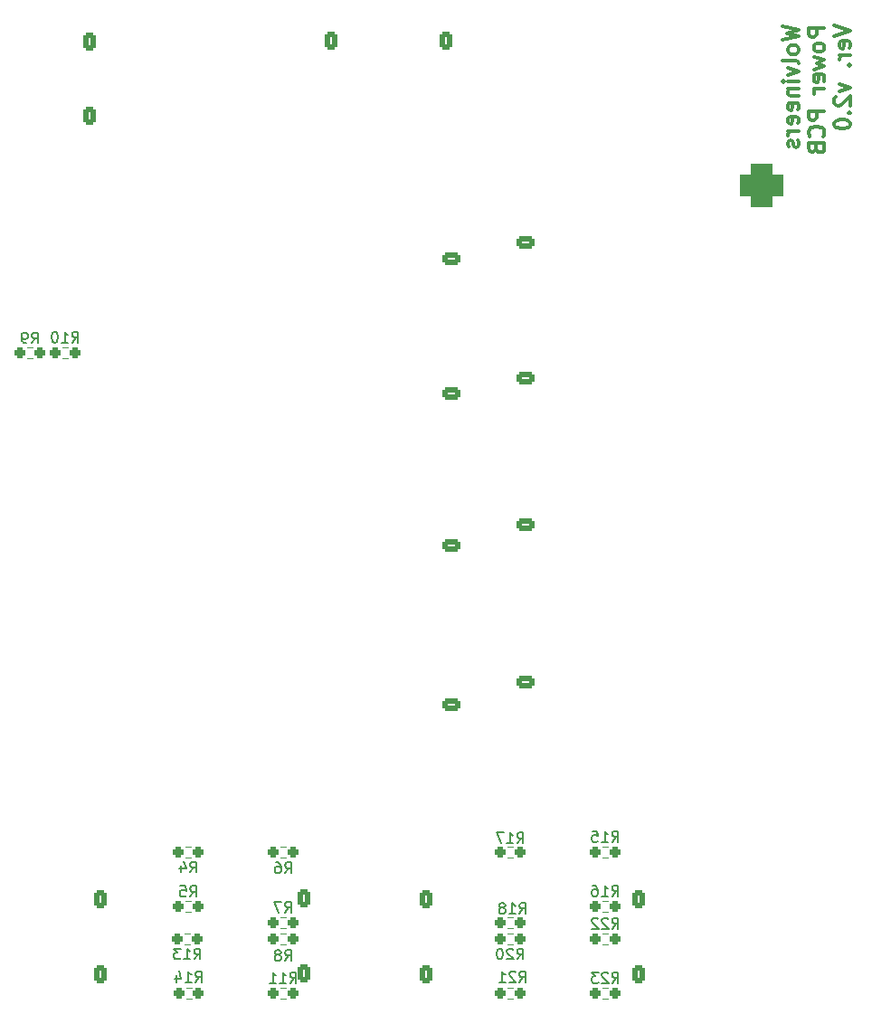
<source format=gbo>
G04 #@! TF.GenerationSoftware,KiCad,Pcbnew,8.0.5*
G04 #@! TF.CreationDate,2024-10-28T15:03:54+01:00*
G04 #@! TF.ProjectId,Aurelia-robotics-PCB,41757265-6c69-4612-9d72-6f626f746963,rev?*
G04 #@! TF.SameCoordinates,Original*
G04 #@! TF.FileFunction,Legend,Bot*
G04 #@! TF.FilePolarity,Positive*
%FSLAX46Y46*%
G04 Gerber Fmt 4.6, Leading zero omitted, Abs format (unit mm)*
G04 Created by KiCad (PCBNEW 8.0.5) date 2024-10-28 15:03:54*
%MOMM*%
%LPD*%
G01*
G04 APERTURE LIST*
G04 Aperture macros list*
%AMRoundRect*
0 Rectangle with rounded corners*
0 $1 Rounding radius*
0 $2 $3 $4 $5 $6 $7 $8 $9 X,Y pos of 4 corners*
0 Add a 4 corners polygon primitive as box body*
4,1,4,$2,$3,$4,$5,$6,$7,$8,$9,$2,$3,0*
0 Add four circle primitives for the rounded corners*
1,1,$1+$1,$2,$3*
1,1,$1+$1,$4,$5*
1,1,$1+$1,$6,$7*
1,1,$1+$1,$8,$9*
0 Add four rect primitives between the rounded corners*
20,1,$1+$1,$2,$3,$4,$5,0*
20,1,$1+$1,$4,$5,$6,$7,0*
20,1,$1+$1,$6,$7,$8,$9,0*
20,1,$1+$1,$8,$9,$2,$3,0*%
G04 Aperture macros list end*
%ADD10C,0.300000*%
%ADD11C,0.150000*%
%ADD12C,0.120000*%
%ADD13C,3.200000*%
%ADD14C,1.400000*%
%ADD15RoundRect,0.250000X-0.350000X-0.625000X0.350000X-0.625000X0.350000X0.625000X-0.350000X0.625000X0*%
%ADD16O,1.200000X1.750000*%
%ADD17RoundRect,0.250000X-0.625000X0.350000X-0.625000X-0.350000X0.625000X-0.350000X0.625000X0.350000X0*%
%ADD18O,1.750000X1.200000*%
%ADD19R,1.700000X1.700000*%
%ADD20O,1.700000X1.700000*%
%ADD21O,1.000000X1.700000*%
%ADD22R,0.900000X2.000000*%
%ADD23RoundRect,1.025000X-1.025000X-1.025000X1.025000X-1.025000X1.025000X1.025000X-1.025000X1.025000X0*%
%ADD24C,4.100000*%
%ADD25O,2.900000X1.200000*%
%ADD26RoundRect,0.237500X-0.250000X-0.237500X0.250000X-0.237500X0.250000X0.237500X-0.250000X0.237500X0*%
%ADD27RoundRect,0.237500X0.250000X0.237500X-0.250000X0.237500X-0.250000X-0.237500X0.250000X-0.237500X0*%
G04 APERTURE END LIST*
D10*
X176870996Y-27611653D02*
X178370996Y-27968796D01*
X178370996Y-27968796D02*
X177299568Y-28254510D01*
X177299568Y-28254510D02*
X178370996Y-28540225D01*
X178370996Y-28540225D02*
X176870996Y-28897368D01*
X178370996Y-29683082D02*
X178299568Y-29540225D01*
X178299568Y-29540225D02*
X178228139Y-29468796D01*
X178228139Y-29468796D02*
X178085282Y-29397368D01*
X178085282Y-29397368D02*
X177656710Y-29397368D01*
X177656710Y-29397368D02*
X177513853Y-29468796D01*
X177513853Y-29468796D02*
X177442425Y-29540225D01*
X177442425Y-29540225D02*
X177370996Y-29683082D01*
X177370996Y-29683082D02*
X177370996Y-29897368D01*
X177370996Y-29897368D02*
X177442425Y-30040225D01*
X177442425Y-30040225D02*
X177513853Y-30111654D01*
X177513853Y-30111654D02*
X177656710Y-30183082D01*
X177656710Y-30183082D02*
X178085282Y-30183082D01*
X178085282Y-30183082D02*
X178228139Y-30111654D01*
X178228139Y-30111654D02*
X178299568Y-30040225D01*
X178299568Y-30040225D02*
X178370996Y-29897368D01*
X178370996Y-29897368D02*
X178370996Y-29683082D01*
X178370996Y-31040225D02*
X178299568Y-30897368D01*
X178299568Y-30897368D02*
X178156710Y-30825939D01*
X178156710Y-30825939D02*
X176870996Y-30825939D01*
X177370996Y-31468796D02*
X178370996Y-31825939D01*
X178370996Y-31825939D02*
X177370996Y-32183082D01*
X178370996Y-32754510D02*
X177370996Y-32754510D01*
X176870996Y-32754510D02*
X176942425Y-32683082D01*
X176942425Y-32683082D02*
X177013853Y-32754510D01*
X177013853Y-32754510D02*
X176942425Y-32825939D01*
X176942425Y-32825939D02*
X176870996Y-32754510D01*
X176870996Y-32754510D02*
X177013853Y-32754510D01*
X177370996Y-33468796D02*
X178370996Y-33468796D01*
X177513853Y-33468796D02*
X177442425Y-33540225D01*
X177442425Y-33540225D02*
X177370996Y-33683082D01*
X177370996Y-33683082D02*
X177370996Y-33897368D01*
X177370996Y-33897368D02*
X177442425Y-34040225D01*
X177442425Y-34040225D02*
X177585282Y-34111654D01*
X177585282Y-34111654D02*
X178370996Y-34111654D01*
X178299568Y-35397368D02*
X178370996Y-35254511D01*
X178370996Y-35254511D02*
X178370996Y-34968797D01*
X178370996Y-34968797D02*
X178299568Y-34825939D01*
X178299568Y-34825939D02*
X178156710Y-34754511D01*
X178156710Y-34754511D02*
X177585282Y-34754511D01*
X177585282Y-34754511D02*
X177442425Y-34825939D01*
X177442425Y-34825939D02*
X177370996Y-34968797D01*
X177370996Y-34968797D02*
X177370996Y-35254511D01*
X177370996Y-35254511D02*
X177442425Y-35397368D01*
X177442425Y-35397368D02*
X177585282Y-35468797D01*
X177585282Y-35468797D02*
X177728139Y-35468797D01*
X177728139Y-35468797D02*
X177870996Y-34754511D01*
X178299568Y-36683082D02*
X178370996Y-36540225D01*
X178370996Y-36540225D02*
X178370996Y-36254511D01*
X178370996Y-36254511D02*
X178299568Y-36111653D01*
X178299568Y-36111653D02*
X178156710Y-36040225D01*
X178156710Y-36040225D02*
X177585282Y-36040225D01*
X177585282Y-36040225D02*
X177442425Y-36111653D01*
X177442425Y-36111653D02*
X177370996Y-36254511D01*
X177370996Y-36254511D02*
X177370996Y-36540225D01*
X177370996Y-36540225D02*
X177442425Y-36683082D01*
X177442425Y-36683082D02*
X177585282Y-36754511D01*
X177585282Y-36754511D02*
X177728139Y-36754511D01*
X177728139Y-36754511D02*
X177870996Y-36040225D01*
X178370996Y-37397367D02*
X177370996Y-37397367D01*
X177656710Y-37397367D02*
X177513853Y-37468796D01*
X177513853Y-37468796D02*
X177442425Y-37540225D01*
X177442425Y-37540225D02*
X177370996Y-37683082D01*
X177370996Y-37683082D02*
X177370996Y-37825939D01*
X178299568Y-38254510D02*
X178370996Y-38397367D01*
X178370996Y-38397367D02*
X178370996Y-38683081D01*
X178370996Y-38683081D02*
X178299568Y-38825938D01*
X178299568Y-38825938D02*
X178156710Y-38897367D01*
X178156710Y-38897367D02*
X178085282Y-38897367D01*
X178085282Y-38897367D02*
X177942425Y-38825938D01*
X177942425Y-38825938D02*
X177870996Y-38683081D01*
X177870996Y-38683081D02*
X177870996Y-38468796D01*
X177870996Y-38468796D02*
X177799568Y-38325938D01*
X177799568Y-38325938D02*
X177656710Y-38254510D01*
X177656710Y-38254510D02*
X177585282Y-38254510D01*
X177585282Y-38254510D02*
X177442425Y-38325938D01*
X177442425Y-38325938D02*
X177370996Y-38468796D01*
X177370996Y-38468796D02*
X177370996Y-38683081D01*
X177370996Y-38683081D02*
X177442425Y-38825938D01*
X180785912Y-27754510D02*
X179285912Y-27754510D01*
X179285912Y-27754510D02*
X179285912Y-28325939D01*
X179285912Y-28325939D02*
X179357341Y-28468796D01*
X179357341Y-28468796D02*
X179428769Y-28540225D01*
X179428769Y-28540225D02*
X179571626Y-28611653D01*
X179571626Y-28611653D02*
X179785912Y-28611653D01*
X179785912Y-28611653D02*
X179928769Y-28540225D01*
X179928769Y-28540225D02*
X180000198Y-28468796D01*
X180000198Y-28468796D02*
X180071626Y-28325939D01*
X180071626Y-28325939D02*
X180071626Y-27754510D01*
X180785912Y-29468796D02*
X180714484Y-29325939D01*
X180714484Y-29325939D02*
X180643055Y-29254510D01*
X180643055Y-29254510D02*
X180500198Y-29183082D01*
X180500198Y-29183082D02*
X180071626Y-29183082D01*
X180071626Y-29183082D02*
X179928769Y-29254510D01*
X179928769Y-29254510D02*
X179857341Y-29325939D01*
X179857341Y-29325939D02*
X179785912Y-29468796D01*
X179785912Y-29468796D02*
X179785912Y-29683082D01*
X179785912Y-29683082D02*
X179857341Y-29825939D01*
X179857341Y-29825939D02*
X179928769Y-29897368D01*
X179928769Y-29897368D02*
X180071626Y-29968796D01*
X180071626Y-29968796D02*
X180500198Y-29968796D01*
X180500198Y-29968796D02*
X180643055Y-29897368D01*
X180643055Y-29897368D02*
X180714484Y-29825939D01*
X180714484Y-29825939D02*
X180785912Y-29683082D01*
X180785912Y-29683082D02*
X180785912Y-29468796D01*
X179785912Y-30468796D02*
X180785912Y-30754511D01*
X180785912Y-30754511D02*
X180071626Y-31040225D01*
X180071626Y-31040225D02*
X180785912Y-31325939D01*
X180785912Y-31325939D02*
X179785912Y-31611653D01*
X180714484Y-32754511D02*
X180785912Y-32611654D01*
X180785912Y-32611654D02*
X180785912Y-32325940D01*
X180785912Y-32325940D02*
X180714484Y-32183082D01*
X180714484Y-32183082D02*
X180571626Y-32111654D01*
X180571626Y-32111654D02*
X180000198Y-32111654D01*
X180000198Y-32111654D02*
X179857341Y-32183082D01*
X179857341Y-32183082D02*
X179785912Y-32325940D01*
X179785912Y-32325940D02*
X179785912Y-32611654D01*
X179785912Y-32611654D02*
X179857341Y-32754511D01*
X179857341Y-32754511D02*
X180000198Y-32825940D01*
X180000198Y-32825940D02*
X180143055Y-32825940D01*
X180143055Y-32825940D02*
X180285912Y-32111654D01*
X180785912Y-33468796D02*
X179785912Y-33468796D01*
X180071626Y-33468796D02*
X179928769Y-33540225D01*
X179928769Y-33540225D02*
X179857341Y-33611654D01*
X179857341Y-33611654D02*
X179785912Y-33754511D01*
X179785912Y-33754511D02*
X179785912Y-33897368D01*
X180785912Y-35540224D02*
X179285912Y-35540224D01*
X179285912Y-35540224D02*
X179285912Y-36111653D01*
X179285912Y-36111653D02*
X179357341Y-36254510D01*
X179357341Y-36254510D02*
X179428769Y-36325939D01*
X179428769Y-36325939D02*
X179571626Y-36397367D01*
X179571626Y-36397367D02*
X179785912Y-36397367D01*
X179785912Y-36397367D02*
X179928769Y-36325939D01*
X179928769Y-36325939D02*
X180000198Y-36254510D01*
X180000198Y-36254510D02*
X180071626Y-36111653D01*
X180071626Y-36111653D02*
X180071626Y-35540224D01*
X180643055Y-37897367D02*
X180714484Y-37825939D01*
X180714484Y-37825939D02*
X180785912Y-37611653D01*
X180785912Y-37611653D02*
X180785912Y-37468796D01*
X180785912Y-37468796D02*
X180714484Y-37254510D01*
X180714484Y-37254510D02*
X180571626Y-37111653D01*
X180571626Y-37111653D02*
X180428769Y-37040224D01*
X180428769Y-37040224D02*
X180143055Y-36968796D01*
X180143055Y-36968796D02*
X179928769Y-36968796D01*
X179928769Y-36968796D02*
X179643055Y-37040224D01*
X179643055Y-37040224D02*
X179500198Y-37111653D01*
X179500198Y-37111653D02*
X179357341Y-37254510D01*
X179357341Y-37254510D02*
X179285912Y-37468796D01*
X179285912Y-37468796D02*
X179285912Y-37611653D01*
X179285912Y-37611653D02*
X179357341Y-37825939D01*
X179357341Y-37825939D02*
X179428769Y-37897367D01*
X180000198Y-39040224D02*
X180071626Y-39254510D01*
X180071626Y-39254510D02*
X180143055Y-39325939D01*
X180143055Y-39325939D02*
X180285912Y-39397367D01*
X180285912Y-39397367D02*
X180500198Y-39397367D01*
X180500198Y-39397367D02*
X180643055Y-39325939D01*
X180643055Y-39325939D02*
X180714484Y-39254510D01*
X180714484Y-39254510D02*
X180785912Y-39111653D01*
X180785912Y-39111653D02*
X180785912Y-38540224D01*
X180785912Y-38540224D02*
X179285912Y-38540224D01*
X179285912Y-38540224D02*
X179285912Y-39040224D01*
X179285912Y-39040224D02*
X179357341Y-39183082D01*
X179357341Y-39183082D02*
X179428769Y-39254510D01*
X179428769Y-39254510D02*
X179571626Y-39325939D01*
X179571626Y-39325939D02*
X179714484Y-39325939D01*
X179714484Y-39325939D02*
X179857341Y-39254510D01*
X179857341Y-39254510D02*
X179928769Y-39183082D01*
X179928769Y-39183082D02*
X180000198Y-39040224D01*
X180000198Y-39040224D02*
X180000198Y-38540224D01*
X181700828Y-27540225D02*
X183200828Y-28040225D01*
X183200828Y-28040225D02*
X181700828Y-28540225D01*
X183129400Y-29611653D02*
X183200828Y-29468796D01*
X183200828Y-29468796D02*
X183200828Y-29183082D01*
X183200828Y-29183082D02*
X183129400Y-29040224D01*
X183129400Y-29040224D02*
X182986542Y-28968796D01*
X182986542Y-28968796D02*
X182415114Y-28968796D01*
X182415114Y-28968796D02*
X182272257Y-29040224D01*
X182272257Y-29040224D02*
X182200828Y-29183082D01*
X182200828Y-29183082D02*
X182200828Y-29468796D01*
X182200828Y-29468796D02*
X182272257Y-29611653D01*
X182272257Y-29611653D02*
X182415114Y-29683082D01*
X182415114Y-29683082D02*
X182557971Y-29683082D01*
X182557971Y-29683082D02*
X182700828Y-28968796D01*
X183200828Y-30325938D02*
X182200828Y-30325938D01*
X182486542Y-30325938D02*
X182343685Y-30397367D01*
X182343685Y-30397367D02*
X182272257Y-30468796D01*
X182272257Y-30468796D02*
X182200828Y-30611653D01*
X182200828Y-30611653D02*
X182200828Y-30754510D01*
X183057971Y-31254509D02*
X183129400Y-31325938D01*
X183129400Y-31325938D02*
X183200828Y-31254509D01*
X183200828Y-31254509D02*
X183129400Y-31183081D01*
X183129400Y-31183081D02*
X183057971Y-31254509D01*
X183057971Y-31254509D02*
X183200828Y-31254509D01*
X182200828Y-32968795D02*
X183200828Y-33325938D01*
X183200828Y-33325938D02*
X182200828Y-33683081D01*
X181843685Y-34183081D02*
X181772257Y-34254509D01*
X181772257Y-34254509D02*
X181700828Y-34397367D01*
X181700828Y-34397367D02*
X181700828Y-34754509D01*
X181700828Y-34754509D02*
X181772257Y-34897367D01*
X181772257Y-34897367D02*
X181843685Y-34968795D01*
X181843685Y-34968795D02*
X181986542Y-35040224D01*
X181986542Y-35040224D02*
X182129400Y-35040224D01*
X182129400Y-35040224D02*
X182343685Y-34968795D01*
X182343685Y-34968795D02*
X183200828Y-34111652D01*
X183200828Y-34111652D02*
X183200828Y-35040224D01*
X183057971Y-35683080D02*
X183129400Y-35754509D01*
X183129400Y-35754509D02*
X183200828Y-35683080D01*
X183200828Y-35683080D02*
X183129400Y-35611652D01*
X183129400Y-35611652D02*
X183057971Y-35683080D01*
X183057971Y-35683080D02*
X183200828Y-35683080D01*
X181700828Y-36683081D02*
X181700828Y-36825938D01*
X181700828Y-36825938D02*
X181772257Y-36968795D01*
X181772257Y-36968795D02*
X181843685Y-37040224D01*
X181843685Y-37040224D02*
X181986542Y-37111652D01*
X181986542Y-37111652D02*
X182272257Y-37183081D01*
X182272257Y-37183081D02*
X182629400Y-37183081D01*
X182629400Y-37183081D02*
X182915114Y-37111652D01*
X182915114Y-37111652D02*
X183057971Y-37040224D01*
X183057971Y-37040224D02*
X183129400Y-36968795D01*
X183129400Y-36968795D02*
X183200828Y-36825938D01*
X183200828Y-36825938D02*
X183200828Y-36683081D01*
X183200828Y-36683081D02*
X183129400Y-36540224D01*
X183129400Y-36540224D02*
X183057971Y-36468795D01*
X183057971Y-36468795D02*
X182915114Y-36397366D01*
X182915114Y-36397366D02*
X182629400Y-36325938D01*
X182629400Y-36325938D02*
X182272257Y-36325938D01*
X182272257Y-36325938D02*
X181986542Y-36397366D01*
X181986542Y-36397366D02*
X181843685Y-36468795D01*
X181843685Y-36468795D02*
X181772257Y-36540224D01*
X181772257Y-36540224D02*
X181700828Y-36683081D01*
D11*
X152026857Y-114914819D02*
X152360190Y-114438628D01*
X152598285Y-114914819D02*
X152598285Y-113914819D01*
X152598285Y-113914819D02*
X152217333Y-113914819D01*
X152217333Y-113914819D02*
X152122095Y-113962438D01*
X152122095Y-113962438D02*
X152074476Y-114010057D01*
X152074476Y-114010057D02*
X152026857Y-114105295D01*
X152026857Y-114105295D02*
X152026857Y-114248152D01*
X152026857Y-114248152D02*
X152074476Y-114343390D01*
X152074476Y-114343390D02*
X152122095Y-114391009D01*
X152122095Y-114391009D02*
X152217333Y-114438628D01*
X152217333Y-114438628D02*
X152598285Y-114438628D01*
X151645904Y-114010057D02*
X151598285Y-113962438D01*
X151598285Y-113962438D02*
X151503047Y-113914819D01*
X151503047Y-113914819D02*
X151264952Y-113914819D01*
X151264952Y-113914819D02*
X151169714Y-113962438D01*
X151169714Y-113962438D02*
X151122095Y-114010057D01*
X151122095Y-114010057D02*
X151074476Y-114105295D01*
X151074476Y-114105295D02*
X151074476Y-114200533D01*
X151074476Y-114200533D02*
X151122095Y-114343390D01*
X151122095Y-114343390D02*
X151693523Y-114914819D01*
X151693523Y-114914819D02*
X151074476Y-114914819D01*
X150455428Y-113914819D02*
X150360190Y-113914819D01*
X150360190Y-113914819D02*
X150264952Y-113962438D01*
X150264952Y-113962438D02*
X150217333Y-114010057D01*
X150217333Y-114010057D02*
X150169714Y-114105295D01*
X150169714Y-114105295D02*
X150122095Y-114295771D01*
X150122095Y-114295771D02*
X150122095Y-114533866D01*
X150122095Y-114533866D02*
X150169714Y-114724342D01*
X150169714Y-114724342D02*
X150217333Y-114819580D01*
X150217333Y-114819580D02*
X150264952Y-114867200D01*
X150264952Y-114867200D02*
X150360190Y-114914819D01*
X150360190Y-114914819D02*
X150455428Y-114914819D01*
X150455428Y-114914819D02*
X150550666Y-114867200D01*
X150550666Y-114867200D02*
X150598285Y-114819580D01*
X150598285Y-114819580D02*
X150645904Y-114724342D01*
X150645904Y-114724342D02*
X150693523Y-114533866D01*
X150693523Y-114533866D02*
X150693523Y-114295771D01*
X150693523Y-114295771D02*
X150645904Y-114105295D01*
X150645904Y-114105295D02*
X150598285Y-114010057D01*
X150598285Y-114010057D02*
X150550666Y-113962438D01*
X150550666Y-113962438D02*
X150455428Y-113914819D01*
X130291666Y-110530819D02*
X130624999Y-110054628D01*
X130863094Y-110530819D02*
X130863094Y-109530819D01*
X130863094Y-109530819D02*
X130482142Y-109530819D01*
X130482142Y-109530819D02*
X130386904Y-109578438D01*
X130386904Y-109578438D02*
X130339285Y-109626057D01*
X130339285Y-109626057D02*
X130291666Y-109721295D01*
X130291666Y-109721295D02*
X130291666Y-109864152D01*
X130291666Y-109864152D02*
X130339285Y-109959390D01*
X130339285Y-109959390D02*
X130386904Y-110007009D01*
X130386904Y-110007009D02*
X130482142Y-110054628D01*
X130482142Y-110054628D02*
X130863094Y-110054628D01*
X129958332Y-109530819D02*
X129291666Y-109530819D01*
X129291666Y-109530819D02*
X129720237Y-110530819D01*
X152242857Y-110654819D02*
X152576190Y-110178628D01*
X152814285Y-110654819D02*
X152814285Y-109654819D01*
X152814285Y-109654819D02*
X152433333Y-109654819D01*
X152433333Y-109654819D02*
X152338095Y-109702438D01*
X152338095Y-109702438D02*
X152290476Y-109750057D01*
X152290476Y-109750057D02*
X152242857Y-109845295D01*
X152242857Y-109845295D02*
X152242857Y-109988152D01*
X152242857Y-109988152D02*
X152290476Y-110083390D01*
X152290476Y-110083390D02*
X152338095Y-110131009D01*
X152338095Y-110131009D02*
X152433333Y-110178628D01*
X152433333Y-110178628D02*
X152814285Y-110178628D01*
X151290476Y-110654819D02*
X151861904Y-110654819D01*
X151576190Y-110654819D02*
X151576190Y-109654819D01*
X151576190Y-109654819D02*
X151671428Y-109797676D01*
X151671428Y-109797676D02*
X151766666Y-109892914D01*
X151766666Y-109892914D02*
X151861904Y-109940533D01*
X150719047Y-110083390D02*
X150814285Y-110035771D01*
X150814285Y-110035771D02*
X150861904Y-109988152D01*
X150861904Y-109988152D02*
X150909523Y-109892914D01*
X150909523Y-109892914D02*
X150909523Y-109845295D01*
X150909523Y-109845295D02*
X150861904Y-109750057D01*
X150861904Y-109750057D02*
X150814285Y-109702438D01*
X150814285Y-109702438D02*
X150719047Y-109654819D01*
X150719047Y-109654819D02*
X150528571Y-109654819D01*
X150528571Y-109654819D02*
X150433333Y-109702438D01*
X150433333Y-109702438D02*
X150385714Y-109750057D01*
X150385714Y-109750057D02*
X150338095Y-109845295D01*
X150338095Y-109845295D02*
X150338095Y-109892914D01*
X150338095Y-109892914D02*
X150385714Y-109988152D01*
X150385714Y-109988152D02*
X150433333Y-110035771D01*
X150433333Y-110035771D02*
X150528571Y-110083390D01*
X150528571Y-110083390D02*
X150719047Y-110083390D01*
X150719047Y-110083390D02*
X150814285Y-110131009D01*
X150814285Y-110131009D02*
X150861904Y-110178628D01*
X150861904Y-110178628D02*
X150909523Y-110273866D01*
X150909523Y-110273866D02*
X150909523Y-110464342D01*
X150909523Y-110464342D02*
X150861904Y-110559580D01*
X150861904Y-110559580D02*
X150814285Y-110607200D01*
X150814285Y-110607200D02*
X150719047Y-110654819D01*
X150719047Y-110654819D02*
X150528571Y-110654819D01*
X150528571Y-110654819D02*
X150433333Y-110607200D01*
X150433333Y-110607200D02*
X150385714Y-110559580D01*
X150385714Y-110559580D02*
X150338095Y-110464342D01*
X150338095Y-110464342D02*
X150338095Y-110273866D01*
X150338095Y-110273866D02*
X150385714Y-110178628D01*
X150385714Y-110178628D02*
X150433333Y-110131009D01*
X150433333Y-110131009D02*
X150528571Y-110083390D01*
X160916857Y-112054819D02*
X161250190Y-111578628D01*
X161488285Y-112054819D02*
X161488285Y-111054819D01*
X161488285Y-111054819D02*
X161107333Y-111054819D01*
X161107333Y-111054819D02*
X161012095Y-111102438D01*
X161012095Y-111102438D02*
X160964476Y-111150057D01*
X160964476Y-111150057D02*
X160916857Y-111245295D01*
X160916857Y-111245295D02*
X160916857Y-111388152D01*
X160916857Y-111388152D02*
X160964476Y-111483390D01*
X160964476Y-111483390D02*
X161012095Y-111531009D01*
X161012095Y-111531009D02*
X161107333Y-111578628D01*
X161107333Y-111578628D02*
X161488285Y-111578628D01*
X160535904Y-111150057D02*
X160488285Y-111102438D01*
X160488285Y-111102438D02*
X160393047Y-111054819D01*
X160393047Y-111054819D02*
X160154952Y-111054819D01*
X160154952Y-111054819D02*
X160059714Y-111102438D01*
X160059714Y-111102438D02*
X160012095Y-111150057D01*
X160012095Y-111150057D02*
X159964476Y-111245295D01*
X159964476Y-111245295D02*
X159964476Y-111340533D01*
X159964476Y-111340533D02*
X160012095Y-111483390D01*
X160012095Y-111483390D02*
X160583523Y-112054819D01*
X160583523Y-112054819D02*
X159964476Y-112054819D01*
X159583523Y-111150057D02*
X159535904Y-111102438D01*
X159535904Y-111102438D02*
X159440666Y-111054819D01*
X159440666Y-111054819D02*
X159202571Y-111054819D01*
X159202571Y-111054819D02*
X159107333Y-111102438D01*
X159107333Y-111102438D02*
X159059714Y-111150057D01*
X159059714Y-111150057D02*
X159012095Y-111245295D01*
X159012095Y-111245295D02*
X159012095Y-111340533D01*
X159012095Y-111340533D02*
X159059714Y-111483390D01*
X159059714Y-111483390D02*
X159631142Y-112054819D01*
X159631142Y-112054819D02*
X159012095Y-112054819D01*
X152026857Y-104054819D02*
X152360190Y-103578628D01*
X152598285Y-104054819D02*
X152598285Y-103054819D01*
X152598285Y-103054819D02*
X152217333Y-103054819D01*
X152217333Y-103054819D02*
X152122095Y-103102438D01*
X152122095Y-103102438D02*
X152074476Y-103150057D01*
X152074476Y-103150057D02*
X152026857Y-103245295D01*
X152026857Y-103245295D02*
X152026857Y-103388152D01*
X152026857Y-103388152D02*
X152074476Y-103483390D01*
X152074476Y-103483390D02*
X152122095Y-103531009D01*
X152122095Y-103531009D02*
X152217333Y-103578628D01*
X152217333Y-103578628D02*
X152598285Y-103578628D01*
X151074476Y-104054819D02*
X151645904Y-104054819D01*
X151360190Y-104054819D02*
X151360190Y-103054819D01*
X151360190Y-103054819D02*
X151455428Y-103197676D01*
X151455428Y-103197676D02*
X151550666Y-103292914D01*
X151550666Y-103292914D02*
X151645904Y-103340533D01*
X150741142Y-103054819D02*
X150074476Y-103054819D01*
X150074476Y-103054819D02*
X150503047Y-104054819D01*
X121401666Y-109054819D02*
X121734999Y-108578628D01*
X121973094Y-109054819D02*
X121973094Y-108054819D01*
X121973094Y-108054819D02*
X121592142Y-108054819D01*
X121592142Y-108054819D02*
X121496904Y-108102438D01*
X121496904Y-108102438D02*
X121449285Y-108150057D01*
X121449285Y-108150057D02*
X121401666Y-108245295D01*
X121401666Y-108245295D02*
X121401666Y-108388152D01*
X121401666Y-108388152D02*
X121449285Y-108483390D01*
X121449285Y-108483390D02*
X121496904Y-108531009D01*
X121496904Y-108531009D02*
X121592142Y-108578628D01*
X121592142Y-108578628D02*
X121973094Y-108578628D01*
X120496904Y-108054819D02*
X120973094Y-108054819D01*
X120973094Y-108054819D02*
X121020713Y-108531009D01*
X121020713Y-108531009D02*
X120973094Y-108483390D01*
X120973094Y-108483390D02*
X120877856Y-108435771D01*
X120877856Y-108435771D02*
X120639761Y-108435771D01*
X120639761Y-108435771D02*
X120544523Y-108483390D01*
X120544523Y-108483390D02*
X120496904Y-108531009D01*
X120496904Y-108531009D02*
X120449285Y-108626247D01*
X120449285Y-108626247D02*
X120449285Y-108864342D01*
X120449285Y-108864342D02*
X120496904Y-108959580D01*
X120496904Y-108959580D02*
X120544523Y-109007200D01*
X120544523Y-109007200D02*
X120639761Y-109054819D01*
X120639761Y-109054819D02*
X120877856Y-109054819D01*
X120877856Y-109054819D02*
X120973094Y-109007200D01*
X120973094Y-109007200D02*
X121020713Y-108959580D01*
X110370857Y-57190819D02*
X110704190Y-56714628D01*
X110942285Y-57190819D02*
X110942285Y-56190819D01*
X110942285Y-56190819D02*
X110561333Y-56190819D01*
X110561333Y-56190819D02*
X110466095Y-56238438D01*
X110466095Y-56238438D02*
X110418476Y-56286057D01*
X110418476Y-56286057D02*
X110370857Y-56381295D01*
X110370857Y-56381295D02*
X110370857Y-56524152D01*
X110370857Y-56524152D02*
X110418476Y-56619390D01*
X110418476Y-56619390D02*
X110466095Y-56667009D01*
X110466095Y-56667009D02*
X110561333Y-56714628D01*
X110561333Y-56714628D02*
X110942285Y-56714628D01*
X109418476Y-57190819D02*
X109989904Y-57190819D01*
X109704190Y-57190819D02*
X109704190Y-56190819D01*
X109704190Y-56190819D02*
X109799428Y-56333676D01*
X109799428Y-56333676D02*
X109894666Y-56428914D01*
X109894666Y-56428914D02*
X109989904Y-56476533D01*
X108799428Y-56190819D02*
X108704190Y-56190819D01*
X108704190Y-56190819D02*
X108608952Y-56238438D01*
X108608952Y-56238438D02*
X108561333Y-56286057D01*
X108561333Y-56286057D02*
X108513714Y-56381295D01*
X108513714Y-56381295D02*
X108466095Y-56571771D01*
X108466095Y-56571771D02*
X108466095Y-56809866D01*
X108466095Y-56809866D02*
X108513714Y-57000342D01*
X108513714Y-57000342D02*
X108561333Y-57095580D01*
X108561333Y-57095580D02*
X108608952Y-57143200D01*
X108608952Y-57143200D02*
X108704190Y-57190819D01*
X108704190Y-57190819D02*
X108799428Y-57190819D01*
X108799428Y-57190819D02*
X108894666Y-57143200D01*
X108894666Y-57143200D02*
X108942285Y-57095580D01*
X108942285Y-57095580D02*
X108989904Y-57000342D01*
X108989904Y-57000342D02*
X109037523Y-56809866D01*
X109037523Y-56809866D02*
X109037523Y-56571771D01*
X109037523Y-56571771D02*
X108989904Y-56381295D01*
X108989904Y-56381295D02*
X108942285Y-56286057D01*
X108942285Y-56286057D02*
X108894666Y-56238438D01*
X108894666Y-56238438D02*
X108799428Y-56190819D01*
X106592666Y-57254819D02*
X106925999Y-56778628D01*
X107164094Y-57254819D02*
X107164094Y-56254819D01*
X107164094Y-56254819D02*
X106783142Y-56254819D01*
X106783142Y-56254819D02*
X106687904Y-56302438D01*
X106687904Y-56302438D02*
X106640285Y-56350057D01*
X106640285Y-56350057D02*
X106592666Y-56445295D01*
X106592666Y-56445295D02*
X106592666Y-56588152D01*
X106592666Y-56588152D02*
X106640285Y-56683390D01*
X106640285Y-56683390D02*
X106687904Y-56731009D01*
X106687904Y-56731009D02*
X106783142Y-56778628D01*
X106783142Y-56778628D02*
X107164094Y-56778628D01*
X106116475Y-57254819D02*
X105925999Y-57254819D01*
X105925999Y-57254819D02*
X105830761Y-57207200D01*
X105830761Y-57207200D02*
X105783142Y-57159580D01*
X105783142Y-57159580D02*
X105687904Y-57016723D01*
X105687904Y-57016723D02*
X105640285Y-56826247D01*
X105640285Y-56826247D02*
X105640285Y-56445295D01*
X105640285Y-56445295D02*
X105687904Y-56350057D01*
X105687904Y-56350057D02*
X105735523Y-56302438D01*
X105735523Y-56302438D02*
X105830761Y-56254819D01*
X105830761Y-56254819D02*
X106021237Y-56254819D01*
X106021237Y-56254819D02*
X106116475Y-56302438D01*
X106116475Y-56302438D02*
X106164094Y-56350057D01*
X106164094Y-56350057D02*
X106211713Y-56445295D01*
X106211713Y-56445295D02*
X106211713Y-56683390D01*
X106211713Y-56683390D02*
X106164094Y-56778628D01*
X106164094Y-56778628D02*
X106116475Y-56826247D01*
X106116475Y-56826247D02*
X106021237Y-56873866D01*
X106021237Y-56873866D02*
X105830761Y-56873866D01*
X105830761Y-56873866D02*
X105735523Y-56826247D01*
X105735523Y-56826247D02*
X105687904Y-56778628D01*
X105687904Y-56778628D02*
X105640285Y-56683390D01*
X160916857Y-117134819D02*
X161250190Y-116658628D01*
X161488285Y-117134819D02*
X161488285Y-116134819D01*
X161488285Y-116134819D02*
X161107333Y-116134819D01*
X161107333Y-116134819D02*
X161012095Y-116182438D01*
X161012095Y-116182438D02*
X160964476Y-116230057D01*
X160964476Y-116230057D02*
X160916857Y-116325295D01*
X160916857Y-116325295D02*
X160916857Y-116468152D01*
X160916857Y-116468152D02*
X160964476Y-116563390D01*
X160964476Y-116563390D02*
X161012095Y-116611009D01*
X161012095Y-116611009D02*
X161107333Y-116658628D01*
X161107333Y-116658628D02*
X161488285Y-116658628D01*
X160535904Y-116230057D02*
X160488285Y-116182438D01*
X160488285Y-116182438D02*
X160393047Y-116134819D01*
X160393047Y-116134819D02*
X160154952Y-116134819D01*
X160154952Y-116134819D02*
X160059714Y-116182438D01*
X160059714Y-116182438D02*
X160012095Y-116230057D01*
X160012095Y-116230057D02*
X159964476Y-116325295D01*
X159964476Y-116325295D02*
X159964476Y-116420533D01*
X159964476Y-116420533D02*
X160012095Y-116563390D01*
X160012095Y-116563390D02*
X160583523Y-117134819D01*
X160583523Y-117134819D02*
X159964476Y-117134819D01*
X159631142Y-116134819D02*
X159012095Y-116134819D01*
X159012095Y-116134819D02*
X159345428Y-116515771D01*
X159345428Y-116515771D02*
X159202571Y-116515771D01*
X159202571Y-116515771D02*
X159107333Y-116563390D01*
X159107333Y-116563390D02*
X159059714Y-116611009D01*
X159059714Y-116611009D02*
X159012095Y-116706247D01*
X159012095Y-116706247D02*
X159012095Y-116944342D01*
X159012095Y-116944342D02*
X159059714Y-117039580D01*
X159059714Y-117039580D02*
X159107333Y-117087200D01*
X159107333Y-117087200D02*
X159202571Y-117134819D01*
X159202571Y-117134819D02*
X159488285Y-117134819D01*
X159488285Y-117134819D02*
X159583523Y-117087200D01*
X159583523Y-117087200D02*
X159631142Y-117039580D01*
X121800857Y-114914819D02*
X122134190Y-114438628D01*
X122372285Y-114914819D02*
X122372285Y-113914819D01*
X122372285Y-113914819D02*
X121991333Y-113914819D01*
X121991333Y-113914819D02*
X121896095Y-113962438D01*
X121896095Y-113962438D02*
X121848476Y-114010057D01*
X121848476Y-114010057D02*
X121800857Y-114105295D01*
X121800857Y-114105295D02*
X121800857Y-114248152D01*
X121800857Y-114248152D02*
X121848476Y-114343390D01*
X121848476Y-114343390D02*
X121896095Y-114391009D01*
X121896095Y-114391009D02*
X121991333Y-114438628D01*
X121991333Y-114438628D02*
X122372285Y-114438628D01*
X120848476Y-114914819D02*
X121419904Y-114914819D01*
X121134190Y-114914819D02*
X121134190Y-113914819D01*
X121134190Y-113914819D02*
X121229428Y-114057676D01*
X121229428Y-114057676D02*
X121324666Y-114152914D01*
X121324666Y-114152914D02*
X121419904Y-114200533D01*
X120515142Y-113914819D02*
X119896095Y-113914819D01*
X119896095Y-113914819D02*
X120229428Y-114295771D01*
X120229428Y-114295771D02*
X120086571Y-114295771D01*
X120086571Y-114295771D02*
X119991333Y-114343390D01*
X119991333Y-114343390D02*
X119943714Y-114391009D01*
X119943714Y-114391009D02*
X119896095Y-114486247D01*
X119896095Y-114486247D02*
X119896095Y-114724342D01*
X119896095Y-114724342D02*
X119943714Y-114819580D01*
X119943714Y-114819580D02*
X119991333Y-114867200D01*
X119991333Y-114867200D02*
X120086571Y-114914819D01*
X120086571Y-114914819D02*
X120372285Y-114914819D01*
X120372285Y-114914819D02*
X120467523Y-114867200D01*
X120467523Y-114867200D02*
X120515142Y-114819580D01*
X152242857Y-117054819D02*
X152576190Y-116578628D01*
X152814285Y-117054819D02*
X152814285Y-116054819D01*
X152814285Y-116054819D02*
X152433333Y-116054819D01*
X152433333Y-116054819D02*
X152338095Y-116102438D01*
X152338095Y-116102438D02*
X152290476Y-116150057D01*
X152290476Y-116150057D02*
X152242857Y-116245295D01*
X152242857Y-116245295D02*
X152242857Y-116388152D01*
X152242857Y-116388152D02*
X152290476Y-116483390D01*
X152290476Y-116483390D02*
X152338095Y-116531009D01*
X152338095Y-116531009D02*
X152433333Y-116578628D01*
X152433333Y-116578628D02*
X152814285Y-116578628D01*
X151861904Y-116150057D02*
X151814285Y-116102438D01*
X151814285Y-116102438D02*
X151719047Y-116054819D01*
X151719047Y-116054819D02*
X151480952Y-116054819D01*
X151480952Y-116054819D02*
X151385714Y-116102438D01*
X151385714Y-116102438D02*
X151338095Y-116150057D01*
X151338095Y-116150057D02*
X151290476Y-116245295D01*
X151290476Y-116245295D02*
X151290476Y-116340533D01*
X151290476Y-116340533D02*
X151338095Y-116483390D01*
X151338095Y-116483390D02*
X151909523Y-117054819D01*
X151909523Y-117054819D02*
X151290476Y-117054819D01*
X150338095Y-117054819D02*
X150909523Y-117054819D01*
X150623809Y-117054819D02*
X150623809Y-116054819D01*
X150623809Y-116054819D02*
X150719047Y-116197676D01*
X150719047Y-116197676D02*
X150814285Y-116292914D01*
X150814285Y-116292914D02*
X150909523Y-116340533D01*
X121401666Y-106786819D02*
X121734999Y-106310628D01*
X121973094Y-106786819D02*
X121973094Y-105786819D01*
X121973094Y-105786819D02*
X121592142Y-105786819D01*
X121592142Y-105786819D02*
X121496904Y-105834438D01*
X121496904Y-105834438D02*
X121449285Y-105882057D01*
X121449285Y-105882057D02*
X121401666Y-105977295D01*
X121401666Y-105977295D02*
X121401666Y-106120152D01*
X121401666Y-106120152D02*
X121449285Y-106215390D01*
X121449285Y-106215390D02*
X121496904Y-106263009D01*
X121496904Y-106263009D02*
X121592142Y-106310628D01*
X121592142Y-106310628D02*
X121973094Y-106310628D01*
X120544523Y-106120152D02*
X120544523Y-106786819D01*
X120782618Y-105739200D02*
X121020713Y-106453485D01*
X121020713Y-106453485D02*
X120401666Y-106453485D01*
X130291666Y-115054819D02*
X130624999Y-114578628D01*
X130863094Y-115054819D02*
X130863094Y-114054819D01*
X130863094Y-114054819D02*
X130482142Y-114054819D01*
X130482142Y-114054819D02*
X130386904Y-114102438D01*
X130386904Y-114102438D02*
X130339285Y-114150057D01*
X130339285Y-114150057D02*
X130291666Y-114245295D01*
X130291666Y-114245295D02*
X130291666Y-114388152D01*
X130291666Y-114388152D02*
X130339285Y-114483390D01*
X130339285Y-114483390D02*
X130386904Y-114531009D01*
X130386904Y-114531009D02*
X130482142Y-114578628D01*
X130482142Y-114578628D02*
X130863094Y-114578628D01*
X129720237Y-114483390D02*
X129815475Y-114435771D01*
X129815475Y-114435771D02*
X129863094Y-114388152D01*
X129863094Y-114388152D02*
X129910713Y-114292914D01*
X129910713Y-114292914D02*
X129910713Y-114245295D01*
X129910713Y-114245295D02*
X129863094Y-114150057D01*
X129863094Y-114150057D02*
X129815475Y-114102438D01*
X129815475Y-114102438D02*
X129720237Y-114054819D01*
X129720237Y-114054819D02*
X129529761Y-114054819D01*
X129529761Y-114054819D02*
X129434523Y-114102438D01*
X129434523Y-114102438D02*
X129386904Y-114150057D01*
X129386904Y-114150057D02*
X129339285Y-114245295D01*
X129339285Y-114245295D02*
X129339285Y-114292914D01*
X129339285Y-114292914D02*
X129386904Y-114388152D01*
X129386904Y-114388152D02*
X129434523Y-114435771D01*
X129434523Y-114435771D02*
X129529761Y-114483390D01*
X129529761Y-114483390D02*
X129720237Y-114483390D01*
X129720237Y-114483390D02*
X129815475Y-114531009D01*
X129815475Y-114531009D02*
X129863094Y-114578628D01*
X129863094Y-114578628D02*
X129910713Y-114673866D01*
X129910713Y-114673866D02*
X129910713Y-114864342D01*
X129910713Y-114864342D02*
X129863094Y-114959580D01*
X129863094Y-114959580D02*
X129815475Y-115007200D01*
X129815475Y-115007200D02*
X129720237Y-115054819D01*
X129720237Y-115054819D02*
X129529761Y-115054819D01*
X129529761Y-115054819D02*
X129434523Y-115007200D01*
X129434523Y-115007200D02*
X129386904Y-114959580D01*
X129386904Y-114959580D02*
X129339285Y-114864342D01*
X129339285Y-114864342D02*
X129339285Y-114673866D01*
X129339285Y-114673866D02*
X129386904Y-114578628D01*
X129386904Y-114578628D02*
X129434523Y-114531009D01*
X129434523Y-114531009D02*
X129529761Y-114483390D01*
X160916857Y-103926819D02*
X161250190Y-103450628D01*
X161488285Y-103926819D02*
X161488285Y-102926819D01*
X161488285Y-102926819D02*
X161107333Y-102926819D01*
X161107333Y-102926819D02*
X161012095Y-102974438D01*
X161012095Y-102974438D02*
X160964476Y-103022057D01*
X160964476Y-103022057D02*
X160916857Y-103117295D01*
X160916857Y-103117295D02*
X160916857Y-103260152D01*
X160916857Y-103260152D02*
X160964476Y-103355390D01*
X160964476Y-103355390D02*
X161012095Y-103403009D01*
X161012095Y-103403009D02*
X161107333Y-103450628D01*
X161107333Y-103450628D02*
X161488285Y-103450628D01*
X159964476Y-103926819D02*
X160535904Y-103926819D01*
X160250190Y-103926819D02*
X160250190Y-102926819D01*
X160250190Y-102926819D02*
X160345428Y-103069676D01*
X160345428Y-103069676D02*
X160440666Y-103164914D01*
X160440666Y-103164914D02*
X160535904Y-103212533D01*
X159059714Y-102926819D02*
X159535904Y-102926819D01*
X159535904Y-102926819D02*
X159583523Y-103403009D01*
X159583523Y-103403009D02*
X159535904Y-103355390D01*
X159535904Y-103355390D02*
X159440666Y-103307771D01*
X159440666Y-103307771D02*
X159202571Y-103307771D01*
X159202571Y-103307771D02*
X159107333Y-103355390D01*
X159107333Y-103355390D02*
X159059714Y-103403009D01*
X159059714Y-103403009D02*
X159012095Y-103498247D01*
X159012095Y-103498247D02*
X159012095Y-103736342D01*
X159012095Y-103736342D02*
X159059714Y-103831580D01*
X159059714Y-103831580D02*
X159107333Y-103879200D01*
X159107333Y-103879200D02*
X159202571Y-103926819D01*
X159202571Y-103926819D02*
X159440666Y-103926819D01*
X159440666Y-103926819D02*
X159535904Y-103879200D01*
X159535904Y-103879200D02*
X159583523Y-103831580D01*
X121927857Y-117054819D02*
X122261190Y-116578628D01*
X122499285Y-117054819D02*
X122499285Y-116054819D01*
X122499285Y-116054819D02*
X122118333Y-116054819D01*
X122118333Y-116054819D02*
X122023095Y-116102438D01*
X122023095Y-116102438D02*
X121975476Y-116150057D01*
X121975476Y-116150057D02*
X121927857Y-116245295D01*
X121927857Y-116245295D02*
X121927857Y-116388152D01*
X121927857Y-116388152D02*
X121975476Y-116483390D01*
X121975476Y-116483390D02*
X122023095Y-116531009D01*
X122023095Y-116531009D02*
X122118333Y-116578628D01*
X122118333Y-116578628D02*
X122499285Y-116578628D01*
X120975476Y-117054819D02*
X121546904Y-117054819D01*
X121261190Y-117054819D02*
X121261190Y-116054819D01*
X121261190Y-116054819D02*
X121356428Y-116197676D01*
X121356428Y-116197676D02*
X121451666Y-116292914D01*
X121451666Y-116292914D02*
X121546904Y-116340533D01*
X120118333Y-116388152D02*
X120118333Y-117054819D01*
X120356428Y-116007200D02*
X120594523Y-116721485D01*
X120594523Y-116721485D02*
X119975476Y-116721485D01*
X130291666Y-106854819D02*
X130624999Y-106378628D01*
X130863094Y-106854819D02*
X130863094Y-105854819D01*
X130863094Y-105854819D02*
X130482142Y-105854819D01*
X130482142Y-105854819D02*
X130386904Y-105902438D01*
X130386904Y-105902438D02*
X130339285Y-105950057D01*
X130339285Y-105950057D02*
X130291666Y-106045295D01*
X130291666Y-106045295D02*
X130291666Y-106188152D01*
X130291666Y-106188152D02*
X130339285Y-106283390D01*
X130339285Y-106283390D02*
X130386904Y-106331009D01*
X130386904Y-106331009D02*
X130482142Y-106378628D01*
X130482142Y-106378628D02*
X130863094Y-106378628D01*
X129434523Y-105854819D02*
X129624999Y-105854819D01*
X129624999Y-105854819D02*
X129720237Y-105902438D01*
X129720237Y-105902438D02*
X129767856Y-105950057D01*
X129767856Y-105950057D02*
X129863094Y-106092914D01*
X129863094Y-106092914D02*
X129910713Y-106283390D01*
X129910713Y-106283390D02*
X129910713Y-106664342D01*
X129910713Y-106664342D02*
X129863094Y-106759580D01*
X129863094Y-106759580D02*
X129815475Y-106807200D01*
X129815475Y-106807200D02*
X129720237Y-106854819D01*
X129720237Y-106854819D02*
X129529761Y-106854819D01*
X129529761Y-106854819D02*
X129434523Y-106807200D01*
X129434523Y-106807200D02*
X129386904Y-106759580D01*
X129386904Y-106759580D02*
X129339285Y-106664342D01*
X129339285Y-106664342D02*
X129339285Y-106426247D01*
X129339285Y-106426247D02*
X129386904Y-106331009D01*
X129386904Y-106331009D02*
X129434523Y-106283390D01*
X129434523Y-106283390D02*
X129529761Y-106235771D01*
X129529761Y-106235771D02*
X129720237Y-106235771D01*
X129720237Y-106235771D02*
X129815475Y-106283390D01*
X129815475Y-106283390D02*
X129863094Y-106331009D01*
X129863094Y-106331009D02*
X129910713Y-106426247D01*
X160916857Y-109006819D02*
X161250190Y-108530628D01*
X161488285Y-109006819D02*
X161488285Y-108006819D01*
X161488285Y-108006819D02*
X161107333Y-108006819D01*
X161107333Y-108006819D02*
X161012095Y-108054438D01*
X161012095Y-108054438D02*
X160964476Y-108102057D01*
X160964476Y-108102057D02*
X160916857Y-108197295D01*
X160916857Y-108197295D02*
X160916857Y-108340152D01*
X160916857Y-108340152D02*
X160964476Y-108435390D01*
X160964476Y-108435390D02*
X161012095Y-108483009D01*
X161012095Y-108483009D02*
X161107333Y-108530628D01*
X161107333Y-108530628D02*
X161488285Y-108530628D01*
X159964476Y-109006819D02*
X160535904Y-109006819D01*
X160250190Y-109006819D02*
X160250190Y-108006819D01*
X160250190Y-108006819D02*
X160345428Y-108149676D01*
X160345428Y-108149676D02*
X160440666Y-108244914D01*
X160440666Y-108244914D02*
X160535904Y-108292533D01*
X159107333Y-108006819D02*
X159297809Y-108006819D01*
X159297809Y-108006819D02*
X159393047Y-108054438D01*
X159393047Y-108054438D02*
X159440666Y-108102057D01*
X159440666Y-108102057D02*
X159535904Y-108244914D01*
X159535904Y-108244914D02*
X159583523Y-108435390D01*
X159583523Y-108435390D02*
X159583523Y-108816342D01*
X159583523Y-108816342D02*
X159535904Y-108911580D01*
X159535904Y-108911580D02*
X159488285Y-108959200D01*
X159488285Y-108959200D02*
X159393047Y-109006819D01*
X159393047Y-109006819D02*
X159202571Y-109006819D01*
X159202571Y-109006819D02*
X159107333Y-108959200D01*
X159107333Y-108959200D02*
X159059714Y-108911580D01*
X159059714Y-108911580D02*
X159012095Y-108816342D01*
X159012095Y-108816342D02*
X159012095Y-108578247D01*
X159012095Y-108578247D02*
X159059714Y-108483009D01*
X159059714Y-108483009D02*
X159107333Y-108435390D01*
X159107333Y-108435390D02*
X159202571Y-108387771D01*
X159202571Y-108387771D02*
X159393047Y-108387771D01*
X159393047Y-108387771D02*
X159488285Y-108435390D01*
X159488285Y-108435390D02*
X159535904Y-108483009D01*
X159535904Y-108483009D02*
X159583523Y-108578247D01*
X130767857Y-117134819D02*
X131101190Y-116658628D01*
X131339285Y-117134819D02*
X131339285Y-116134819D01*
X131339285Y-116134819D02*
X130958333Y-116134819D01*
X130958333Y-116134819D02*
X130863095Y-116182438D01*
X130863095Y-116182438D02*
X130815476Y-116230057D01*
X130815476Y-116230057D02*
X130767857Y-116325295D01*
X130767857Y-116325295D02*
X130767857Y-116468152D01*
X130767857Y-116468152D02*
X130815476Y-116563390D01*
X130815476Y-116563390D02*
X130863095Y-116611009D01*
X130863095Y-116611009D02*
X130958333Y-116658628D01*
X130958333Y-116658628D02*
X131339285Y-116658628D01*
X129815476Y-117134819D02*
X130386904Y-117134819D01*
X130101190Y-117134819D02*
X130101190Y-116134819D01*
X130101190Y-116134819D02*
X130196428Y-116277676D01*
X130196428Y-116277676D02*
X130291666Y-116372914D01*
X130291666Y-116372914D02*
X130386904Y-116420533D01*
X128863095Y-117134819D02*
X129434523Y-117134819D01*
X129148809Y-117134819D02*
X129148809Y-116134819D01*
X129148809Y-116134819D02*
X129244047Y-116277676D01*
X129244047Y-116277676D02*
X129339285Y-116372914D01*
X129339285Y-116372914D02*
X129434523Y-116420533D01*
D12*
X151638724Y-112507500D02*
X151129276Y-112507500D01*
X151638724Y-113552500D02*
X151129276Y-113552500D01*
X129870276Y-110983500D02*
X130379724Y-110983500D01*
X129870276Y-112028500D02*
X130379724Y-112028500D01*
X151638724Y-110983500D02*
X151129276Y-110983500D01*
X151638724Y-112028500D02*
X151129276Y-112028500D01*
X160019276Y-112507500D02*
X160528724Y-112507500D01*
X160019276Y-113552500D02*
X160528724Y-113552500D01*
X151638724Y-104379500D02*
X151129276Y-104379500D01*
X151638724Y-105424500D02*
X151129276Y-105424500D01*
X121489724Y-109459500D02*
X120980276Y-109459500D01*
X121489724Y-110504500D02*
X120980276Y-110504500D01*
X109473276Y-57643500D02*
X109982724Y-57643500D01*
X109473276Y-58688500D02*
X109982724Y-58688500D01*
X106680724Y-57643500D02*
X106171276Y-57643500D01*
X106680724Y-58688500D02*
X106171276Y-58688500D01*
X160019276Y-117587500D02*
X160528724Y-117587500D01*
X160019276Y-118632500D02*
X160528724Y-118632500D01*
X121412724Y-112507500D02*
X120903276Y-112507500D01*
X121412724Y-113552500D02*
X120903276Y-113552500D01*
X151638724Y-117587500D02*
X151129276Y-117587500D01*
X151638724Y-118632500D02*
X151129276Y-118632500D01*
X121489724Y-104379500D02*
X120980276Y-104379500D01*
X121489724Y-105424500D02*
X120980276Y-105424500D01*
X129870276Y-112507500D02*
X130379724Y-112507500D01*
X129870276Y-113552500D02*
X130379724Y-113552500D01*
X160019276Y-104379500D02*
X160528724Y-104379500D01*
X160019276Y-105424500D02*
X160528724Y-105424500D01*
X121539724Y-117587500D02*
X121030276Y-117587500D01*
X121539724Y-118632500D02*
X121030276Y-118632500D01*
X129870276Y-104379500D02*
X130379724Y-104379500D01*
X129870276Y-105424500D02*
X130379724Y-105424500D01*
X160019276Y-109459500D02*
X160528724Y-109459500D01*
X160019276Y-110504500D02*
X160528724Y-110504500D01*
X129870276Y-117587500D02*
X130379724Y-117587500D01*
X129870276Y-118632500D02*
X130379724Y-118632500D01*
%LPC*%
D13*
X122000000Y-32000000D03*
X181000000Y-115000000D03*
D14*
X114430000Y-75923600D03*
X114430000Y-78463600D03*
X111890000Y-75923600D03*
X111890000Y-78463600D03*
X109350000Y-75923600D03*
X109350000Y-78463600D03*
X106810000Y-75923600D03*
X106810000Y-78463600D03*
X104270000Y-75923600D03*
X104270000Y-78463600D03*
X101730000Y-75923600D03*
X101730000Y-78463600D03*
X99190000Y-75923600D03*
X99190000Y-78463600D03*
X96650000Y-75923600D03*
X96650000Y-78463600D03*
X94110000Y-75923600D03*
X94110000Y-78463600D03*
X91570000Y-75923600D03*
X91570000Y-78463600D03*
X114430000Y-101323600D03*
X114430000Y-103863600D03*
X111890000Y-101323600D03*
X111890000Y-103863600D03*
X109350000Y-101323600D03*
X109350000Y-103863600D03*
X106810000Y-101323600D03*
X106810000Y-103863600D03*
X104270000Y-101323600D03*
X104270000Y-103863600D03*
X101730000Y-101323600D03*
X101730000Y-103863600D03*
X99190000Y-101323600D03*
X99190000Y-103863600D03*
X96650000Y-101323600D03*
X96650000Y-103863600D03*
X94110000Y-101323600D03*
X94110000Y-103863600D03*
X91570000Y-101323600D03*
X91570000Y-103863600D03*
D15*
X132080000Y-109240000D03*
D16*
X134080000Y-109240000D03*
X136080000Y-109240000D03*
X138080000Y-109240000D03*
D17*
X145838000Y-49308000D03*
D18*
X145838000Y-51308000D03*
D19*
X93975000Y-81879600D03*
D20*
X96515000Y-81879600D03*
D15*
X80010000Y-116290000D03*
D16*
X82010000Y-116290000D03*
D15*
X113015000Y-116290000D03*
D16*
X115015000Y-116290000D03*
X117015000Y-116290000D03*
X119015000Y-116290000D03*
D15*
X97125000Y-116290000D03*
D16*
X99125000Y-116290000D03*
X101125000Y-116290000D03*
X103125000Y-116290000D03*
X105125000Y-116290000D03*
X107125000Y-116290000D03*
D15*
X70000000Y-116290000D03*
D16*
X72000000Y-116290000D03*
X74000000Y-116290000D03*
D15*
X143510000Y-109290000D03*
D16*
X145510000Y-109290000D03*
X147510000Y-109290000D03*
X149510000Y-109290000D03*
D21*
X161820000Y-32182500D03*
X161820000Y-28382500D03*
X153180000Y-32182500D03*
X153180000Y-28382500D03*
D15*
X84000000Y-29000000D03*
D16*
X86000000Y-29000000D03*
X88000000Y-29000000D03*
D19*
X93975000Y-47244000D03*
D20*
X96515000Y-47244000D03*
D15*
X112000000Y-29000000D03*
D16*
X114000000Y-29000000D03*
X116000000Y-29000000D03*
D17*
X145838000Y-62000000D03*
D18*
X145838000Y-64000000D03*
D15*
X70000000Y-108290000D03*
D16*
X72000000Y-108290000D03*
X74000000Y-108290000D03*
D15*
X98000000Y-36000000D03*
D16*
X100000000Y-36000000D03*
X102000000Y-36000000D03*
D15*
X132080000Y-116240000D03*
D16*
X134080000Y-116240000D03*
X136080000Y-116240000D03*
X138080000Y-116240000D03*
D19*
X124206000Y-118120000D03*
D20*
X124206000Y-115580000D03*
X124206000Y-113040000D03*
D19*
X78500000Y-96660000D03*
D20*
X78500000Y-94120000D03*
X78500000Y-91580000D03*
X78500000Y-89040000D03*
X78500000Y-86500000D03*
X78500000Y-83960000D03*
X78500000Y-81420000D03*
X78500000Y-78880000D03*
X78500000Y-76340000D03*
X78500000Y-73800000D03*
D17*
X145838000Y-91100000D03*
D18*
X145838000Y-93100000D03*
D22*
X171792000Y-36500000D03*
X185292000Y-36500000D03*
D23*
X174942000Y-42500000D03*
D24*
X182142000Y-42500000D03*
D14*
X114360000Y-41530000D03*
X114360000Y-44070000D03*
X111820000Y-41530000D03*
X111820000Y-44070000D03*
X109280000Y-41530000D03*
X109280000Y-44070000D03*
X106740000Y-41530000D03*
X106740000Y-44070000D03*
X104200000Y-41530000D03*
X104200000Y-44070000D03*
X101660000Y-41530000D03*
X101660000Y-44070000D03*
X99120000Y-41530000D03*
X99120000Y-44070000D03*
X96580000Y-41530000D03*
X96580000Y-44070000D03*
X94040000Y-41530000D03*
X94040000Y-44070000D03*
X91500000Y-41530000D03*
X91500000Y-44070000D03*
X114360000Y-66930000D03*
X114360000Y-69470000D03*
X111820000Y-66930000D03*
X111820000Y-69470000D03*
X109280000Y-66930000D03*
X109280000Y-69470000D03*
X106740000Y-66930000D03*
X106740000Y-69470000D03*
X104200000Y-66930000D03*
X104200000Y-69470000D03*
X101660000Y-66930000D03*
X101660000Y-69470000D03*
X99120000Y-66930000D03*
X99120000Y-69470000D03*
X96580000Y-66930000D03*
X96580000Y-69470000D03*
X94040000Y-66930000D03*
X94040000Y-69470000D03*
X91500000Y-66930000D03*
X91500000Y-69470000D03*
D15*
X163370000Y-109290000D03*
D16*
X165370000Y-109290000D03*
X167370000Y-109290000D03*
X169370000Y-109290000D03*
D15*
X84000000Y-36000000D03*
D16*
X86000000Y-36000000D03*
X88000000Y-36000000D03*
D19*
X154381200Y-118110000D03*
D20*
X154381200Y-115570000D03*
X154381200Y-113030000D03*
D25*
X78500000Y-56200000D03*
X78500000Y-69000000D03*
D17*
X152838000Y-47808000D03*
D18*
X152838000Y-49808000D03*
X152838000Y-51808000D03*
X152838000Y-53808000D03*
D19*
X169199800Y-104648000D03*
D20*
X166659800Y-104648000D03*
X164119800Y-104648000D03*
D19*
X127006400Y-118110000D03*
D20*
X127006400Y-115570000D03*
X127006400Y-113030000D03*
D15*
X112000000Y-36000000D03*
D16*
X114000000Y-36000000D03*
X116000000Y-36000000D03*
D19*
X154381200Y-109992000D03*
D20*
X154381200Y-107452000D03*
X154381200Y-104912000D03*
D19*
X124187000Y-109982000D03*
D20*
X124187000Y-107442000D03*
X124187000Y-104902000D03*
D15*
X145320000Y-28914000D03*
D16*
X147320000Y-28914000D03*
D19*
X135392000Y-102108000D03*
D20*
X132852000Y-102108000D03*
X130312000Y-102108000D03*
D15*
X163370000Y-116290000D03*
D16*
X165370000Y-116290000D03*
X167370000Y-116290000D03*
X169370000Y-116290000D03*
D15*
X143510000Y-116290000D03*
D16*
X145510000Y-116290000D03*
X147510000Y-116290000D03*
X149510000Y-116290000D03*
D15*
X113015000Y-109290000D03*
D16*
X115015000Y-109290000D03*
X117015000Y-109290000D03*
X119015000Y-109290000D03*
D15*
X70000000Y-29000000D03*
D16*
X72000000Y-29000000D03*
X74000000Y-29000000D03*
D17*
X145888000Y-76216000D03*
D18*
X145888000Y-78216000D03*
D15*
X98000000Y-29000000D03*
D16*
X100000000Y-29000000D03*
X102000000Y-29000000D03*
D13*
X75000000Y-102000000D03*
D15*
X88615000Y-116290000D03*
D16*
X90615000Y-116290000D03*
D19*
X127000000Y-109982000D03*
D20*
X127000000Y-107442000D03*
X127000000Y-104902000D03*
D17*
X152838000Y-74216000D03*
D18*
X152838000Y-76216000D03*
X152838000Y-78216000D03*
X152838000Y-80216000D03*
D17*
X152838000Y-89000000D03*
D18*
X152838000Y-91000000D03*
X152838000Y-93000000D03*
X152838000Y-95000000D03*
D15*
X134620000Y-28956000D03*
D16*
X136620000Y-28956000D03*
X138620000Y-28956000D03*
D15*
X70000000Y-36000000D03*
D16*
X72000000Y-36000000D03*
X74000000Y-36000000D03*
D19*
X106172000Y-60955000D03*
D20*
X106172000Y-63495000D03*
D19*
X157226000Y-109982000D03*
D20*
X157226000Y-107442000D03*
X157226000Y-104902000D03*
D19*
X109982000Y-60955000D03*
D20*
X109982000Y-63495000D03*
D17*
X152838000Y-60500000D03*
D18*
X152838000Y-62500000D03*
X152838000Y-64500000D03*
X152838000Y-66500000D03*
D19*
X157226000Y-118110000D03*
D20*
X157226000Y-115570000D03*
X157226000Y-113030000D03*
D26*
X150471500Y-113030000D03*
X152296500Y-113030000D03*
D27*
X131037500Y-111506000D03*
X129212500Y-111506000D03*
D26*
X150471500Y-111506000D03*
X152296500Y-111506000D03*
D27*
X161186500Y-113030000D03*
X159361500Y-113030000D03*
D26*
X150471500Y-104902000D03*
X152296500Y-104902000D03*
X120322500Y-109982000D03*
X122147500Y-109982000D03*
D27*
X110640500Y-58166000D03*
X108815500Y-58166000D03*
D26*
X105513500Y-58166000D03*
X107338500Y-58166000D03*
D27*
X161186500Y-118110000D03*
X159361500Y-118110000D03*
D26*
X120245500Y-113030000D03*
X122070500Y-113030000D03*
X150471500Y-118110000D03*
X152296500Y-118110000D03*
X120322500Y-104902000D03*
X122147500Y-104902000D03*
D27*
X131037500Y-113030000D03*
X129212500Y-113030000D03*
X161186500Y-104902000D03*
X159361500Y-104902000D03*
D26*
X120372500Y-118110000D03*
X122197500Y-118110000D03*
D27*
X131037500Y-104902000D03*
X129212500Y-104902000D03*
X161186500Y-109982000D03*
X159361500Y-109982000D03*
X131037500Y-118110000D03*
X129212500Y-118110000D03*
%LPD*%
M02*

</source>
